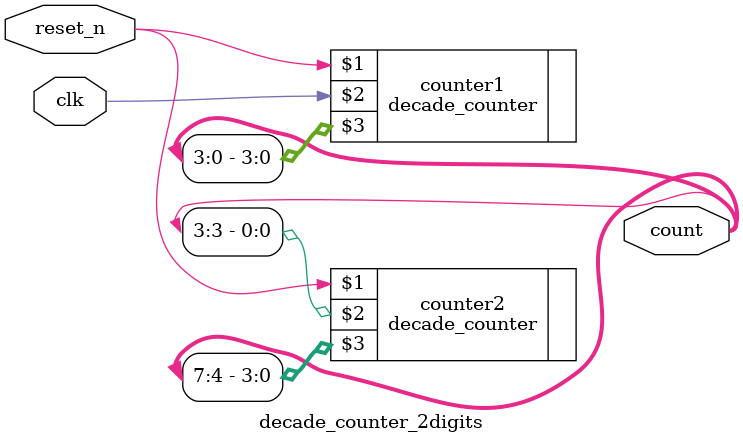
<source format=v>
/* CSED273 lab6 experiment 2 */
/* lab6_2.v */

`timescale 1ps / 1fs

/* Implement 2-decade BCD counter (0-99)
 * You must use decade BCD counter of lab6_1.v */
module decade_counter_2digits(input reset_n, input clk, output [7:0] count);

    ////////////////////////
    /* Add your code here */
    decade_counter counter1 (reset_n, clk, count[3:0]);
    decade_counter counter2 (reset_n, count[3], count[7:4]);
    ////////////////////////
	
endmodule

</source>
